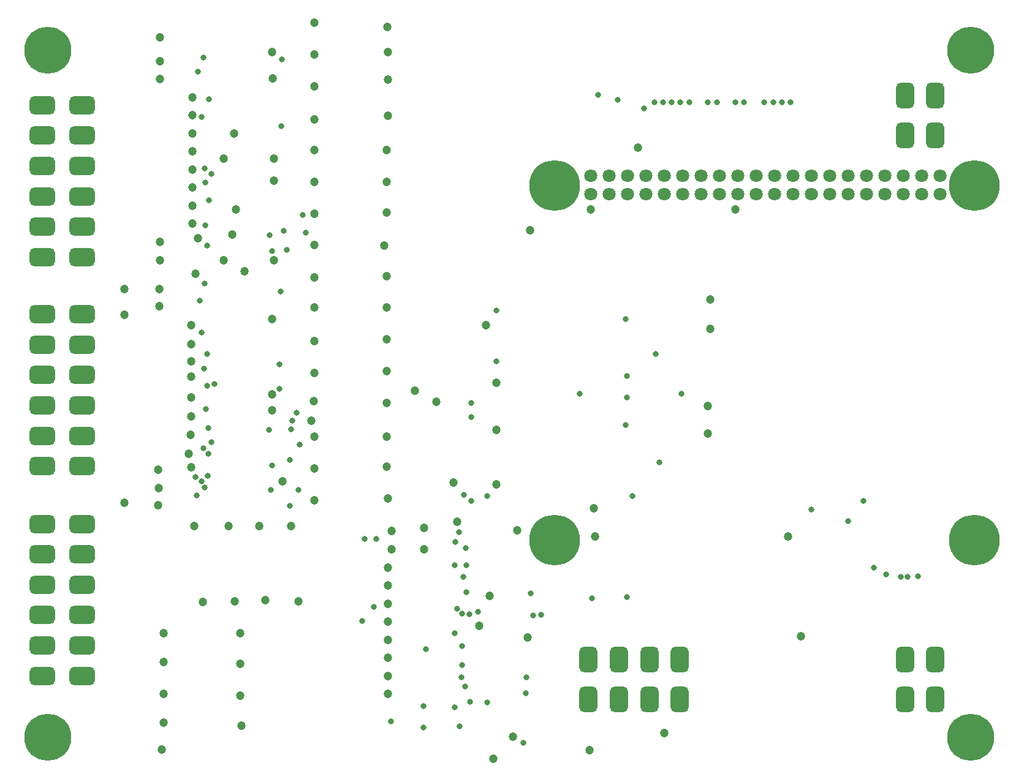
<source format=gbr>
%TF.GenerationSoftware,KiCad,Pcbnew,6.0.7-1.fc36*%
%TF.CreationDate,2022-08-21T12:52:59+01:00*%
%TF.ProjectId,controller,636f6e74-726f-46c6-9c65-722e6b696361,rev?*%
%TF.SameCoordinates,Original*%
%TF.FileFunction,Soldermask,Bot*%
%TF.FilePolarity,Negative*%
%FSLAX46Y46*%
G04 Gerber Fmt 4.6, Leading zero omitted, Abs format (unit mm)*
G04 Created by KiCad (PCBNEW 6.0.7-1.fc36) date 2022-08-21 12:52:59*
%MOMM*%
%LPD*%
G01*
G04 APERTURE LIST*
G04 Aperture macros list*
%AMRoundRect*
0 Rectangle with rounded corners*
0 $1 Rounding radius*
0 $2 $3 $4 $5 $6 $7 $8 $9 X,Y pos of 4 corners*
0 Add a 4 corners polygon primitive as box body*
4,1,4,$2,$3,$4,$5,$6,$7,$8,$9,$2,$3,0*
0 Add four circle primitives for the rounded corners*
1,1,$1+$1,$2,$3*
1,1,$1+$1,$4,$5*
1,1,$1+$1,$6,$7*
1,1,$1+$1,$8,$9*
0 Add four rect primitives between the rounded corners*
20,1,$1+$1,$2,$3,$4,$5,0*
20,1,$1+$1,$4,$5,$6,$7,0*
20,1,$1+$1,$6,$7,$8,$9,0*
20,1,$1+$1,$8,$9,$2,$3,0*%
G04 Aperture macros list end*
%ADD10RoundRect,0.625000X-0.625000X-1.125000X0.625000X-1.125000X0.625000X1.125000X-0.625000X1.125000X0*%
%ADD11C,7.000000*%
%ADD12C,1.800000*%
%ADD13RoundRect,0.625000X-1.125000X0.625000X-1.125000X-0.625000X1.125000X-0.625000X1.125000X0.625000X0*%
%ADD14C,6.500000*%
%ADD15C,1.200000*%
%ADD16C,0.800000*%
G04 APERTURE END LIST*
D10*
%TO.C,J1*%
X168400000Y-56250000D03*
X168400000Y-61750000D03*
X172600000Y-56250000D03*
X172600000Y-61750000D03*
%TD*%
%TO.C,J8*%
X168400000Y-134250000D03*
X168400000Y-139750000D03*
X172600000Y-134250000D03*
X172600000Y-139750000D03*
%TD*%
%TO.C,J10*%
X124700000Y-134250000D03*
X124700000Y-139750000D03*
X128900000Y-134250000D03*
X128900000Y-139750000D03*
X133100000Y-134250000D03*
X133100000Y-139750000D03*
X137300000Y-134250000D03*
X137300000Y-139750000D03*
%TD*%
D11*
%TO.C,U11*%
X120000000Y-68750000D03*
X178000000Y-117750000D03*
X178000000Y-68750000D03*
X120000000Y-117750000D03*
D12*
X124960000Y-69900000D03*
X124960000Y-67360000D03*
X127500000Y-69900000D03*
X127500000Y-67360000D03*
X130040000Y-69900000D03*
X130040000Y-67360000D03*
X132580000Y-69900000D03*
X132580000Y-67360000D03*
X135120000Y-69900000D03*
X135120000Y-67360000D03*
X137660000Y-69900000D03*
X137660000Y-67360000D03*
X140200000Y-69900000D03*
X140200000Y-67360000D03*
X142740000Y-69900000D03*
X142740000Y-67360000D03*
X145280000Y-69900000D03*
X145280000Y-67360000D03*
X147820000Y-69900000D03*
X147820000Y-67360000D03*
X150360000Y-69900000D03*
X150360000Y-67360000D03*
X152900000Y-69900000D03*
X152900000Y-67360000D03*
X155440000Y-69900000D03*
X155440000Y-67360000D03*
X157980000Y-69900000D03*
X157980000Y-67360000D03*
X160520000Y-69900000D03*
X160520000Y-67360000D03*
X163060000Y-69900000D03*
X163060000Y-67360000D03*
X165600000Y-69900000D03*
X165600000Y-67360000D03*
X168140000Y-69900000D03*
X168140000Y-67360000D03*
X170680000Y-69900000D03*
X170680000Y-67360000D03*
X173220000Y-69900000D03*
X173220000Y-67360000D03*
%TD*%
D13*
%TO.C,J2*%
X54750000Y-57600000D03*
X49250000Y-57600000D03*
X54750000Y-61800000D03*
X49250000Y-61800000D03*
X54750000Y-66000000D03*
X49250000Y-66000000D03*
X54750000Y-70200000D03*
X49250000Y-70200000D03*
X54750000Y-74400000D03*
X49250000Y-74400000D03*
X54750000Y-78600000D03*
X49250000Y-78600000D03*
%TD*%
%TO.C,J3*%
X54750000Y-86500000D03*
X49250000Y-86500000D03*
X54750000Y-90700000D03*
X49250000Y-90700000D03*
X54750000Y-94900000D03*
X49250000Y-94900000D03*
X54750000Y-99100000D03*
X49250000Y-99100000D03*
X54750000Y-103300000D03*
X49250000Y-103300000D03*
X54750000Y-107500000D03*
X49250000Y-107500000D03*
%TD*%
%TO.C,J4*%
X54750000Y-115500000D03*
X49250000Y-115500000D03*
X54750000Y-119700000D03*
X49250000Y-119700000D03*
X54750000Y-123900000D03*
X49250000Y-123900000D03*
X54750000Y-128100000D03*
X49250000Y-128100000D03*
X54750000Y-132300000D03*
X49250000Y-132300000D03*
X54750000Y-136500000D03*
X49250000Y-136500000D03*
%TD*%
D14*
%TO.C,F3*%
X177500000Y-145000000D03*
%TD*%
%TO.C,F4*%
X50000000Y-50000000D03*
%TD*%
%TO.C,F2*%
X50000000Y-145000000D03*
%TD*%
%TO.C,F1*%
X177500000Y-50000000D03*
%TD*%
D15*
X106000000Y-109800000D03*
X106500000Y-115200000D03*
X96800000Y-72400000D03*
X96800000Y-85600000D03*
X97000000Y-134000000D03*
X71400000Y-126300000D03*
X96800000Y-94400000D03*
X97000000Y-129000000D03*
X96965142Y-50235061D03*
X96965142Y-54035061D03*
X97000000Y-121500000D03*
X97000000Y-124000000D03*
X96800000Y-90000000D03*
X103700000Y-98600000D03*
X100700000Y-97100000D03*
X96500000Y-77000000D03*
X96900498Y-46800000D03*
X96965142Y-59035061D03*
X97000000Y-136500000D03*
X76600000Y-139200000D03*
X96800000Y-63800000D03*
X80050693Y-126025999D03*
X76700000Y-143400000D03*
X97000000Y-131500000D03*
X96800000Y-98800000D03*
X97000000Y-139000000D03*
X96800000Y-103400000D03*
X84600000Y-126200000D03*
X97000000Y-126500000D03*
X76600000Y-134800000D03*
X96800000Y-107600000D03*
X75800000Y-126200000D03*
X96800000Y-81200000D03*
X109600000Y-129600000D03*
X97000000Y-112000000D03*
X111000000Y-125400000D03*
X96800000Y-68200000D03*
X131500000Y-63500000D03*
X76600000Y-130600000D03*
X65500000Y-51500000D03*
X65500000Y-48250000D03*
X65500000Y-54000000D03*
X81000000Y-87200000D03*
X81000000Y-50250000D03*
X65300000Y-110500000D03*
X65200000Y-108000000D03*
X60600000Y-86600000D03*
X77200000Y-80600000D03*
X81000000Y-99800000D03*
X65400000Y-83000000D03*
X81250000Y-65000000D03*
X81042143Y-53924500D03*
X81000000Y-97600000D03*
X65500000Y-79000000D03*
X65400000Y-85400000D03*
X65750000Y-146650000D03*
X60600000Y-83000000D03*
X81250000Y-68024500D03*
X81250000Y-79000000D03*
X65500000Y-76500000D03*
X60600000Y-112600000D03*
X65200000Y-112924500D03*
X82400000Y-109600000D03*
X135200000Y-144400000D03*
D16*
X81000000Y-77800000D03*
X80600000Y-75600000D03*
D15*
X70000000Y-59000000D03*
X69800000Y-90600000D03*
X141200000Y-99200000D03*
X69800000Y-98000000D03*
X124800000Y-146800000D03*
X66000000Y-130600000D03*
X86800000Y-94600000D03*
X70200000Y-115800000D03*
X74250000Y-65000000D03*
X86800000Y-81400000D03*
X83600000Y-115800000D03*
X66000000Y-134600000D03*
X70750000Y-76000000D03*
X86800000Y-68200000D03*
X75750000Y-61500000D03*
X86800000Y-72600000D03*
X86800000Y-85600000D03*
X86800000Y-63800000D03*
X70000000Y-61500000D03*
X112000000Y-96000000D03*
X69825999Y-107679463D03*
X69800000Y-93000000D03*
X86750000Y-98500000D03*
X86800000Y-90200000D03*
X76000000Y-72000000D03*
X86800000Y-55000000D03*
X141500000Y-88500000D03*
X69676498Y-103200628D03*
X69467952Y-105830463D03*
X70000000Y-69000000D03*
X141200000Y-103000000D03*
X70000000Y-56500000D03*
X74279849Y-79027593D03*
X70000000Y-71500000D03*
X112000000Y-102500000D03*
X75500000Y-75500000D03*
X69832068Y-95124500D03*
X66000000Y-143000000D03*
X112000000Y-110000000D03*
X86800000Y-107800000D03*
X70000000Y-66500000D03*
X70000000Y-64000000D03*
X86800000Y-50600000D03*
X86844436Y-76956995D03*
X86800000Y-112200000D03*
X69800000Y-100600000D03*
X75000000Y-115800000D03*
X79200000Y-115800000D03*
X86800000Y-46200000D03*
X70403373Y-80875500D03*
X86842001Y-59549500D03*
X66000000Y-139000000D03*
X70000000Y-74000000D03*
X86399631Y-101212991D03*
X86800000Y-103400000D03*
X111500000Y-148000000D03*
X69800000Y-88000000D03*
X141500000Y-84500000D03*
X110500000Y-88000000D03*
X152300000Y-117200000D03*
X125416527Y-113325999D03*
X125600000Y-117200000D03*
X154000000Y-131000000D03*
D16*
X130724500Y-111612751D03*
X134500000Y-107000000D03*
D15*
X97500000Y-116500000D03*
X114800000Y-116400000D03*
X97500000Y-119000000D03*
X145000000Y-72000000D03*
X114250055Y-144950999D03*
X102000000Y-116000000D03*
X116300000Y-131200000D03*
X125000000Y-72000000D03*
X102000000Y-119000000D03*
X116600000Y-74900000D03*
D16*
X112000000Y-86000000D03*
X112000000Y-93000000D03*
X137500000Y-97500000D03*
X123500000Y-97500000D03*
X130000000Y-98000000D03*
X134013408Y-91995124D03*
X130000000Y-95000000D03*
X71600000Y-94000000D03*
X71986643Y-96405937D03*
X108500000Y-98750000D03*
X84362701Y-100112701D03*
X80562930Y-102511188D03*
X71500000Y-105000000D03*
X80800000Y-110800000D03*
X81000000Y-107400000D03*
X72124500Y-108835715D03*
X83750000Y-101250000D03*
X108500000Y-100750000D03*
X72204966Y-105798644D03*
X107500000Y-111500000D03*
X107725999Y-118860000D03*
X155500000Y-113500000D03*
X107800000Y-121200000D03*
X160520000Y-115120000D03*
X108488467Y-112350999D03*
X110700000Y-111600000D03*
X107845707Y-124887131D03*
X162700000Y-112300000D03*
X116700000Y-125100000D03*
X117055603Y-128124500D03*
X164100000Y-121500000D03*
X107231439Y-127881177D03*
X107200000Y-132400000D03*
X165800427Y-122475500D03*
X167800000Y-122800000D03*
X108225801Y-127982410D03*
X107200000Y-135000000D03*
X168800000Y-122800000D03*
X109400000Y-127600000D03*
X107660000Y-137940000D03*
X110700000Y-140200000D03*
X116000000Y-138900000D03*
X108300000Y-140100000D03*
X118100000Y-128100000D03*
X170200000Y-122700000D03*
X71500000Y-51000000D03*
X72250000Y-56750000D03*
X71250000Y-59250000D03*
X70750000Y-53000000D03*
X82249500Y-60500000D03*
X82304582Y-51276498D03*
X71700000Y-66300000D03*
X71750000Y-74250000D03*
X71750000Y-68250000D03*
X72600000Y-67100000D03*
X72000000Y-77000000D03*
X72250000Y-70750000D03*
X85200000Y-72800000D03*
X85600000Y-75200000D03*
X82568997Y-74942934D03*
X82999000Y-77600000D03*
X71200000Y-89000000D03*
X71000000Y-84600000D03*
X73000000Y-96100000D03*
X71629107Y-82275500D03*
X72000000Y-92000000D03*
X82000000Y-96800000D03*
X82200000Y-83345500D03*
X82000000Y-93400000D03*
X70600000Y-111550000D03*
X70371429Y-109041005D03*
X71800000Y-99600000D03*
X72200000Y-102200000D03*
X71200000Y-109600000D03*
X84750000Y-104500000D03*
X72609156Y-104216230D03*
X84600000Y-110800000D03*
X71653000Y-110490953D03*
X83400000Y-106600000D03*
X83399500Y-112958047D03*
X83600000Y-102400000D03*
X106200000Y-121200000D03*
X95000000Y-127000000D03*
X95400000Y-117600000D03*
X106250000Y-118000000D03*
X107400000Y-122800000D03*
X106800000Y-116600000D03*
X106500000Y-127200000D03*
X93725000Y-117525000D03*
X93400000Y-128900000D03*
X106175500Y-140866249D03*
X106200000Y-130600000D03*
X102200000Y-132800000D03*
X101900000Y-140700000D03*
X107100000Y-136700000D03*
X106900000Y-143500000D03*
X97400000Y-142800000D03*
X115686451Y-145749502D03*
X101900000Y-143600000D03*
X116087701Y-136687701D03*
X152600000Y-57200000D03*
X151400000Y-57200000D03*
X150200000Y-57200000D03*
X149000000Y-57200000D03*
X146200000Y-57200000D03*
X145000000Y-57200000D03*
X142400000Y-57200000D03*
X141200000Y-57200000D03*
X138600000Y-57200000D03*
X137400000Y-57200000D03*
X136200000Y-57200000D03*
X135000000Y-57200000D03*
X132400000Y-58000000D03*
X133800000Y-57200000D03*
X128719358Y-56823502D03*
X126000000Y-56200000D03*
X129800000Y-101800000D03*
X130000000Y-125600000D03*
X129800000Y-87200000D03*
X125200000Y-125800000D03*
M02*

</source>
